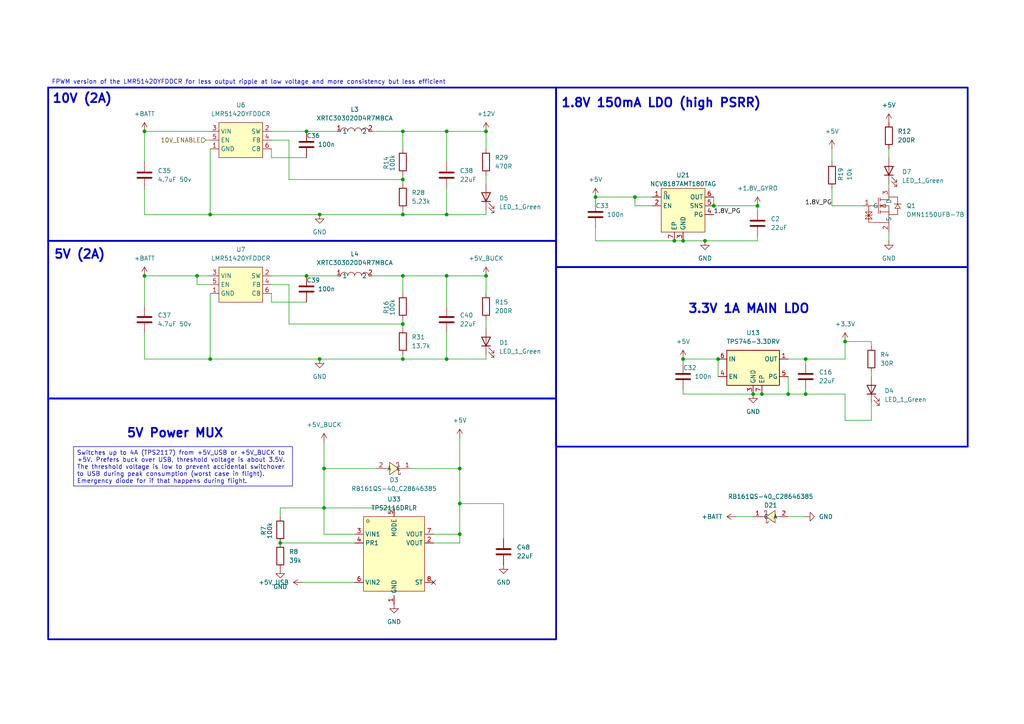
<source format=kicad_sch>
(kicad_sch (version 20250114) (generator "eeschema") (generator_version "9.0")
  (paper "A4")
  (lib_symbols
    (symbol "Device:C" (pin_numbers (hide yes)) (pin_names (offset 0.254))
      (property "Reference" "C" (at 0.635 2.54 0))
      (property "Value" "C" (at 0.635 -2.54 0))
      (symbol "C_0_1"
        (polyline (pts (xy -2.032 0.762) (xy 2.032 0.762)) (stroke (width 0.508)))
        (polyline (pts (xy -2.032 -0.762) (xy 2.032 -0.762)) (stroke (width 0.508)))
      )
      (symbol "C_1_1"
        (pin passive line (at 0 3.81 270) (length 2.794) (name "~") (number "1"))
        (pin passive line (at 0 -3.81 90) (length 2.794) (name "~") (number "2"))
      )
    )
    (symbol "Device:LED" (pin_numbers (hide yes)) (pin_names (offset 1.016) (hide yes))
      (property "Reference" "D" (at 0 2.54 0))
      (property "Value" "LED" (at 0 -2.54 0))
      (symbol "LED_0_1"
        (polyline (pts (xy -3.048 -0.762) (xy -4.572 -2.286) (xy -3.81 -2.286) (xy -4.572 -2.286) (xy -4.572 -1.524)))
        (polyline (pts (xy -1.778 -0.762) (xy -3.302 -2.286) (xy -2.54 -2.286) (xy -3.302 -2.286) (xy -3.302 -1.524)))
        (polyline (pts (xy -1.27 0) (xy 1.27 0)))
        (polyline (pts (xy -1.27 -1.27) (xy -1.27 1.27)) (stroke (width 0.254)))
        (polyline (pts (xy 1.27 -1.27) (xy 1.27 1.27) (xy -1.27 0) (xy 1.27 -1.27)) (stroke (width 0.254)))
      )
      (symbol "LED_1_1"
        (pin passive line (at -3.81 0 0) (length 2.54) (name "K") (number "1"))
        (pin passive line (at 3.81 0 180) (length 2.54) (name "A") (number "2"))
      )
    )
    (symbol "Device:R" (pin_numbers (hide yes)) (pin_names (offset 0))
      (property "Reference" "R" (at 2.032 0 90))
      (property "Value" "R" (at 0 0 90))
      (symbol "R_0_1"
        (rectangle (start -1.016 -2.54) (end 1.016 2.54) (stroke (width 0.254)))
      )
      (symbol "R_1_1"
        (pin passive line (at 0 3.81 270) (length 1.27) (name "~") (number "1"))
        (pin passive line (at 0 -3.81 90) (length 1.27) (name "~") (number "2"))
      )
    )
    (symbol "LP5912-3.3DRV_1"
      (property "Reference" "U7" (at 0 10.16 0))
      (property "Value" "TPS746-3.3DRV" (at 0 7.62 0))
      (symbol "LP5912-3.3DRV_1_0_1"
        (rectangle (start -7.62 -5.08) (end 7.62 5.08) (stroke (width 0.254)) (fill (type background)))
        (pin power_in line (at -10.16 2.54 0) (length 2.54) (name "IN") (number "6"))
        (pin input line (at -10.16 -2.54 0) (length 2.54) (name "EN") (number "4"))
        (pin no_connect line (at 7.62 0 180) (length 2.54) (hide yes) (name "NC") (number "2"))
        (pin power_out line (at 10.16 2.54 180) (length 2.54) (name "OUT") (number "1"))
      )
      (symbol "LP5912-3.3DRV_1_1_1"
        (pin power_in line (at 0 -7.62 90) (length 2.54) (name "GND") (number "3"))
        (pin passive line (at 2.54 -7.62 90) (length 2.54) (name "EP") (number "7"))
        (pin open_collector line (at 10.16 -2.54 180) (length 2.54) (name "PG") (number "5"))
      )
    )
    (symbol "lib:DMN1150UFB-7B"
      (property "Reference" "Q" (at 0 10.16 0))
      (property "Value" "DMN1150UFB-7B" (at 0 -12.7 0))
      (symbol "DMN1150UFB-7B_0_1"
        (polyline (pts (xy -6.86 -3.05) (xy -6.6 -2.79) (xy -5.08 -2.79) (xy -4.83 -2.54)))
        (polyline (pts (xy -5.84 -2.79) (xy -6.86 -3.81) (xy -4.83 -3.81) (xy -5.84 -2.79) (xy -5.84 -2.79)) (fill (type background)))
        (polyline (pts (xy -5.84 -2.79) (xy -4.83 -1.78) (xy -6.86 -1.78) (xy -5.84 -2.79) (xy -5.84 -2.79)) (fill (type background)))
        (polyline (pts (xy -5.08 0) (xy -3.05 0)))
        (polyline (pts (xy -3.05 2.29) (xy -3.05 -2.29)))
        (polyline (pts (xy -2.54 2.29) (xy -2.54 1.27)))
        (polyline (pts (xy -2.54 1.78) (xy 0 1.78) (xy 0 2.54) (xy 2.54 2.54) (xy 2.54 0.51)))
        (polyline (pts (xy -2.54 0) (xy -1.02 -0.51) (xy -1.02 0.51) (xy -2.54 0)) (fill (type background)))
        (polyline (pts (xy -2.54 0) (xy 0 0) (xy 0 -2.54) (xy 2.54 -2.54) (xy 2.54 -0.76)))
        (polyline (pts (xy -2.54 -0.51) (xy -2.54 0.51)))
        (polyline (pts (xy -2.54 -2.29) (xy -2.54 -1.27)))
        (polyline (pts (xy 0 -1.78) (xy -2.54 -1.78)))
        (polyline (pts (xy 0 -2.54) (xy 0 -5.08)))
        (polyline (pts (xy 0 -4.83) (xy -5.84 -4.83) (xy -5.84 0)))
        (polyline (pts (xy 2.54 0.51) (xy 1.78 -0.76) (xy 3.3 -0.76) (xy 2.54 0.51)) (fill (type background)))
        (polyline (pts (xy 3.56 0.51) (xy 3.05 0.51) (xy 2.03 0.51) (xy 1.52 0.51)))
        (pin unspecified line (at -7.62 0 0) (length 2.54) (name "G") (number "1"))
        (pin unspecified line (at 0 5.08 270) (length 2.54) (name "D") (number "3"))
        (pin unspecified line (at 0 -7.62 90) (length 2.54) (name "S") (number "2"))
      )
    )
    (symbol "lib:LMR51420YDDCR"
      (property "Reference" "U" (at 0 7.62 0))
      (property "Value" "LMR51420YDDCR" (at 0 -7.62 0))
      (symbol "LMR51420YDDCR_0_1"
        (rectangle (start -6.35 5.08) (end 6.35 -5.08) (fill (type background)))
        (pin unspecified line (at -8.89 2.54 0) (length 2.54) (name "VIN") (number "3"))
        (pin unspecified line (at -8.89 0 0) (length 2.54) (name "EN") (number "5"))
        (pin unspecified line (at -8.89 -2.54 0) (length 2.54) (name "GND") (number "1"))
        (pin unspecified line (at 8.89 2.54 180) (length 2.54) (name "SW") (number "2"))
        (pin unspecified line (at 8.89 0 180) (length 2.54) (name "FB") (number "4"))
        (pin unspecified line (at 8.89 -2.54 180) (length 2.54) (name "CB") (number "6"))
      )
    )
    (symbol "lib:NCV8187AMT180TAG"
      (property "Reference" "U21" (at 0 10.16 0))
      (property "Value" "NCV8187AMT180TAG" (at 0 7.62 0))
      (symbol "NCV8187AMT180TAG_0_1"
        (rectangle (start -6.35 6.35) (end 6.35 -6.35) (fill (type background)))
        (circle (center -5.08 5.08) (radius 0.38))
        (pin unspecified line (at -8.89 3.81 0) (length 2.54) (name "IN") (number "1"))
        (pin unspecified line (at -8.89 1.27 0) (length 2.54) (name "EN") (number "2"))
        (pin unspecified line (at -2.54 -8.89 90) (length 2.54) (name "EP") (number "7"))
        (pin unspecified line (at 0 -8.89 90) (length 2.54) (name "GND") (number "3"))
        (pin unspecified line (at 8.89 3.81 180) (length 2.54) (name "OUT") (number "6"))
        (pin unspecified line (at 8.89 1.27 180) (length 2.54) (name "SNS") (number "5"))
        (pin unspecified line (at 8.89 -1.27 180) (length 2.54) (name "PG") (number "4"))
      )
    )
    (symbol "lib:RB161QS-40_C28646385"
      (property "Reference" "D" (at 0 5.08 0))
      (property "Value" "RB161QS-40_C28646385" (at 0 -5.08 0))
      (symbol "RB161QS-40_C28646385_0_1"
        (polyline (pts (xy -1.78 1.27) (xy -1.78 1.78) (xy -1.27 1.78) (xy -1.27 -1.78) (xy -0.76 -1.78) (xy -0.76 -1.27)))
        (polyline (pts (xy -1.27 0) (xy -2.54 0)))
        (polyline (pts (xy 1.27 1.78) (xy -1.27 0) (xy 1.27 -1.78) (xy 1.27 1.78)) (fill (type background)))
        (polyline (pts (xy 2.54 0) (xy 1.27 0)))
        (pin unspecified line (at -5.08 0 0) (length 2.54) (name "C") (number "1"))
        (pin unspecified line (at 5.08 0 180) (length 2.54) (name "A") (number "2"))
      )
    )
    (symbol "lib:TPS2116DRLR"
      (property "Reference" "U33" (at 0 11.43 0))
      (property "Value" "TPS2116DRLR" (at 0 8.89 0))
      (symbol "TPS2116DRLR_0_1"
        (rectangle (start -8.89 6.35) (end 8.89 -15.24) (fill (type background)))
        (circle (center -7.62 5.08) (radius 0.38))
        (pin unspecified line (at -11.43 1.27 0) (length 2.54) (name "VIN1") (number "3"))
        (pin unspecified line (at -11.43 -1.27 0) (length 2.54) (name "PR1") (number "4"))
        (pin unspecified line (at -11.43 -12.7 0) (length 2.54) (name "VIN2") (number "6"))
        (pin unspecified line (at 0 8.89 270) (length 2.54) (name "MODE") (number "5"))
        (pin unspecified line (at 0 -19.05 90) (length 2.54) (name "GND") (number "1"))
        (pin unspecified line (at 11.43 1.27 180) (length 2.54) (name "VOUT") (number "7"))
        (pin unspecified line (at 11.43 -1.27 180) (length 2.54) (name "VOUT") (number "2"))
        (pin unspecified line (at 11.43 -12.7 180) (length 2.54) (name "ST") (number "8"))
      )
    )
    (symbol "lib:XRTC303020D4R7MBCA"
      (property "Reference" "L" (at 0 5.08 0))
      (property "Value" "XRTC303020D4R7MBCA" (at 0 -5.08 0))
      (symbol "XRTC303020D4R7MBCA_0_1"
        (arc (start -4.06 -0.01) (mid -2.83 0.99) (end -2.03 0.01))
        (arc (start -2.03 -0.01) (mid -0.8 0.99) (end 0 0.01))
        (arc (start 0 -0.01) (mid 1.23 0.99) (end 2.03 0.01))
        (arc (start 2.03 -0.01) (mid 3.26 0.99) (end 4.06 0.01))
        (pin unspecified line (at -5.08 0 0) (length 1.016) (name "1") (number "1"))
        (pin unspecified line (at 5.08 0 180) (length 1.016) (name "2") (number "2"))
      )
    )
    (symbol "power:+12V" (power) (pin_numbers (hide yes)) (pin_names (offset 0) (hide yes))
      (property "Value" "+12V" (at 0 3.556 0))
      (symbol "+12V_0_1"
        (polyline (pts (xy -0.762 1.27) (xy 0 2.54)))
        (polyline (pts (xy 0 2.54) (xy 0.762 1.27)))
        (polyline (pts (xy 0 0) (xy 0 2.54)))
      )
      (symbol "+12V_1_1"
        (pin power_in line (at 0 0 90) (length 0) (name "~") (number "1"))
      )
    )
    (symbol "power:+3.3V" (power) (pin_numbers (hide yes)) (pin_names (offset 0) (hide yes))
      (property "Value" "+3.3V" (at 0 3.556 0))
      (symbol "+3.3V_0_1"
        (polyline (pts (xy -0.762 1.27) (xy 0 2.54)))
        (polyline (pts (xy 0 2.54) (xy 0.762 1.27)))
        (polyline (pts (xy 0 0) (xy 0 2.54)))
      )
      (symbol "+3.3V_1_1"
        (pin power_in line (at 0 0 90) (length 0) (name "~") (number "1"))
      )
    )
    (symbol "power:+5V" (power) (pin_numbers (hide yes)) (pin_names (offset 0) (hide yes))
      (property "Value" "+5V" (at 0 3.556 0))
      (symbol "+5V_0_1"
        (polyline (pts (xy -0.762 1.27) (xy 0 2.54)))
        (polyline (pts (xy 0 2.54) (xy 0.762 1.27)))
        (polyline (pts (xy 0 0) (xy 0 2.54)))
      )
      (symbol "+5V_1_1"
        (pin power_in line (at 0 0 90) (length 0) (name "~") (number "1"))
      )
    )
    (symbol "power:+BATT" (power) (pin_numbers (hide yes)) (pin_names (offset 0) (hide yes))
      (property "Value" "+BATT" (at 0 3.556 0))
      (symbol "+BATT_0_1"
        (polyline (pts (xy -0.762 1.27) (xy 0 2.54)))
        (polyline (pts (xy 0 2.54) (xy 0.762 1.27)))
        (polyline (pts (xy 0 0) (xy 0 2.54)))
      )
      (symbol "+BATT_1_1"
        (pin power_in line (at 0 0 90) (length 0) (name "~") (number "1"))
      )
    )
    (symbol "power:GND" (power) (pin_numbers (hide yes)) (pin_names (offset 0) (hide yes))
      (property "Value" "GND" (at 0 -3.81 0))
      (symbol "GND_0_1"
        (polyline (pts (xy 0 0) (xy 0 -1.27) (xy 1.27 -1.27) (xy 0 -2.54) (xy -1.27 -1.27) (xy 0 -1.27)))
      )
      (symbol "GND_1_1"
        (pin power_in line (at 0 0 270) (length 0) (name "~") (number "1"))
      )
    )
  )
  (rectangle (start 13.97 69.85) (end 161.29 115.57) (stroke (width 0.508)))
  (rectangle (start 13.97 25.4) (end 161.29 69.85) (stroke (width 0.508)))
  (rectangle (start 161.29 25.4) (end 280.67 77.47) (stroke (width 0.508)))
  (rectangle (start 161.29 77.47) (end 280.67 129.54) (stroke (width 0.508)))
  (rectangle (start 13.97 115.57) (end 161.29 185.42) (stroke (width 0.508)))
  (text "10V (2A)\n" (at 23.876 28.702 0) (effects (font (size 2.54 2.54) (thickness 0.508) (bold yes))))
  (text "3.3V 1A MAIN LDO " (at 218.186 89.662 0) (effects (font (size 2.54 2.54) (thickness 0.508) (bold yes))))
  (text "FPWM version of the LMR51420YFDDCR for less output ripple at low voltage and more consistency but less efficient" (at 72.136 23.876 0) (effects (font (size 1.27 1.27))))
  (text "1.8V 150mA LDO (high PSRR)\n" (at 191.77 29.972 0) (effects (font (size 2.54 2.54) (thickness 0.508) (bold yes))))
  (text "5V (2A)" (at 23.114 73.914 0) (effects (font (size 2.54 2.54) (thickness 0.508) (bold yes))))
  (text "5V Power MUX" (at 50.8 125.73 0) (effects (font (size 2.54 2.54) (thickness 0.508) (bold yes))))
  (text_box "Switches up to 4A (TPS2117) from +5V_USB or +5V_BUCK to +5V. Prefers buck over USB, threshold voltage is about 3.5V. The threshold voltage is low to prevent accidental switchover to USB during peak consumption (worst case in flight). Emergency diode for if that happens during flight." (at 21.336 129.54 0) (size 63.5 11.43) (margins 0.9525 0.9525 0.9525 0.9525) (effects (font (size 1.27 1.27)) (justify left top)))
  (junction (at 133.35 154.94))
  (junction (at 116.84 38.1))
  (junction (at 198.12 104.14))
  (junction (at 129.54 38.1))
  (junction (at 81.28 157.48))
  (junction (at 60.96 62.23))
  (junction (at 93.98 135.89))
  (junction (at 207.01 59.69))
  (junction (at 93.98 147.32))
  (junction (at 60.96 104.14))
  (junction (at 228.6 114.3))
  (junction (at 88.9 80.01))
  (junction (at 133.35 146.05))
  (junction (at 116.84 104.14))
  (junction (at 92.71 104.14))
  (junction (at 198.12 69.85))
  (junction (at 116.84 93.98))
  (junction (at 41.91 38.1))
  (junction (at 116.84 52.07))
  (junction (at 245.11 99.06))
  (junction (at 129.54 80.01))
  (junction (at 204.47 69.85))
  (junction (at 208.28 104.14))
  (junction (at 129.54 62.23))
  (junction (at 219.71 59.69))
  (junction (at 129.54 104.14))
  (junction (at 57.15 80.01))
  (junction (at 233.68 104.14))
  (junction (at 116.84 80.01))
  (junction (at 133.35 135.89))
  (junction (at 140.97 38.1))
  (junction (at 92.71 62.23))
  (junction (at 233.68 114.3))
  (junction (at 41.91 80.01))
  (junction (at 140.97 80.01))
  (junction (at 220.98 114.3))
  (junction (at 88.9 38.1))
  (junction (at 218.44 114.3))
  (junction (at 172.72 57.15))
  (junction (at 184.15 57.15))
  (junction (at 195.58 69.85))
  (junction (at 116.84 62.23))
  (no_connect (at 125.73 168.91))
  (wire (pts (xy 208.28 104.14) (xy 208.28 109.22)))
  (wire (pts (xy 129.54 104.14) (xy 140.97 104.14)))
  (wire (pts (xy 116.84 102.87) (xy 116.84 104.14)))
  (wire (pts (xy 83.82 40.64) (xy 83.82 52.07)))
  (wire (pts (xy 81.28 147.32) (xy 81.28 149.86)))
  (wire (pts (xy 233.68 113.03) (xy 233.68 114.3)))
  (wire (pts (xy 116.84 92.71) (xy 116.84 93.98)))
  (wire (pts (xy 219.71 60.96) (xy 219.71 59.69)))
  (wire (pts (xy 252.73 121.92) (xy 252.73 116.84)))
  (wire (pts (xy 241.3 59.69) (xy 250.19 59.69)))
  (wire (pts (xy 41.91 104.14) (xy 41.91 96.52)))
  (wire (pts (xy 233.68 104.14) (xy 245.11 104.14)))
  (wire (pts (xy 241.3 43.18) (xy 241.3 46.99)))
  (wire (pts (xy 204.47 69.85) (xy 219.71 69.85)))
  (wire (pts (xy 116.84 80.01) (xy 116.84 85.09)))
  (wire (pts (xy 140.97 60.96) (xy 140.97 62.23)))
  (wire (pts (xy 218.44 114.3) (xy 220.98 114.3)))
  (wire (pts (xy 172.72 57.15) (xy 184.15 57.15)))
  (wire (pts (xy 184.15 57.15) (xy 189.23 57.15)))
  (wire (pts (xy 125.73 157.48) (xy 133.35 157.48)))
  (wire (pts (xy 198.12 69.85) (xy 204.47 69.85)))
  (wire (pts (xy 116.84 62.23) (xy 92.71 62.23)))
  (wire (pts (xy 116.84 52.07) (xy 116.84 53.34)))
  (wire (pts (xy 93.98 135.89) (xy 93.98 147.32)))
  (wire (pts (xy 257.81 69.85) (xy 257.81 67.31)))
  (wire (pts (xy 116.84 93.98) (xy 116.84 95.25)))
  (wire (pts (xy 198.12 114.3) (xy 218.44 114.3)))
  (wire (pts (xy 57.15 80.01) (xy 60.96 80.01)))
  (wire (pts (xy 184.15 59.69) (xy 189.23 59.69)))
  (wire (pts (xy 129.54 54.61) (xy 129.54 62.23)))
  (wire (pts (xy 228.6 104.14) (xy 233.68 104.14)))
  (wire (pts (xy 140.97 92.71) (xy 140.97 95.25)))
  (wire (pts (xy 60.96 62.23) (xy 41.91 62.23)))
  (wire (pts (xy 129.54 80.01) (xy 140.97 80.01)))
  (wire (pts (xy 116.84 38.1) (xy 129.54 38.1)))
  (wire (pts (xy 60.96 40.64) (xy 59.69 40.64)))
  (wire (pts (xy 252.73 109.22) (xy 252.73 107.95)))
  (wire (pts (xy 116.84 38.1) (xy 116.84 43.18)))
  (wire (pts (xy 93.98 147.32) (xy 93.98 154.94)))
  (wire (pts (xy 78.74 40.64) (xy 83.82 40.64)))
  (wire (pts (xy 41.91 80.01) (xy 41.91 88.9)))
  (wire (pts (xy 92.71 104.14) (xy 60.96 104.14)))
  (wire (pts (xy 233.68 114.3) (xy 228.6 114.3)))
  (wire (pts (xy 92.71 62.23) (xy 60.96 62.23)))
  (wire (pts (xy 87.63 168.91) (xy 102.87 168.91)))
  (wire (pts (xy 198.12 104.14) (xy 208.28 104.14)))
  (wire (pts (xy 116.84 80.01) (xy 129.54 80.01)))
  (wire (pts (xy 83.82 82.55) (xy 83.82 93.98)))
  (wire (pts (xy 184.15 57.15) (xy 184.15 59.69)))
  (wire (pts (xy 93.98 128.27) (xy 93.98 135.89)))
  (wire (pts (xy 228.6 109.22) (xy 228.6 114.3)))
  (wire (pts (xy 252.73 100.33) (xy 252.73 99.06)))
  (wire (pts (xy 245.11 104.14) (xy 245.11 99.06)))
  (wire (pts (xy 233.68 105.41) (xy 233.68 104.14)))
  (wire (pts (xy 107.95 80.01) (xy 116.84 80.01)))
  (wire (pts (xy 88.9 80.01) (xy 97.79 80.01)))
  (wire (pts (xy 41.91 62.23) (xy 41.91 54.61)))
  (wire (pts (xy 172.72 69.85) (xy 195.58 69.85)))
  (wire (pts (xy 172.72 66.04) (xy 172.72 69.85)))
  (wire (pts (xy 129.54 96.52) (xy 129.54 104.14)))
  (wire (pts (xy 88.9 38.1) (xy 97.79 38.1)))
  (wire (pts (xy 107.95 38.1) (xy 116.84 38.1)))
  (wire (pts (xy 129.54 38.1) (xy 140.97 38.1)))
  (wire (pts (xy 140.97 38.1) (xy 140.97 43.18)))
  (wire (pts (xy 93.98 135.89) (xy 109.22 135.89)))
  (wire (pts (xy 116.84 62.23) (xy 129.54 62.23)))
  (wire (pts (xy 102.87 154.94) (xy 93.98 154.94)))
  (wire (pts (xy 78.74 85.09) (xy 78.74 87.63)))
  (wire (pts (xy 257.81 53.34) (xy 257.81 54.61)))
  (wire (pts (xy 125.73 154.94) (xy 133.35 154.94)))
  (wire (pts (xy 228.6 114.3) (xy 220.98 114.3)))
  (wire (pts (xy 41.91 38.1) (xy 41.91 46.99)))
  (wire (pts (xy 195.58 69.85) (xy 198.12 69.85)))
  (wire (pts (xy 198.12 105.41) (xy 198.12 104.14)))
  (wire (pts (xy 88.9 87.63) (xy 78.74 87.63)))
  (wire (pts (xy 207.01 59.69) (xy 219.71 59.69)))
  (wire (pts (xy 219.71 68.58) (xy 219.71 69.85)))
  (wire (pts (xy 83.82 93.98) (xy 116.84 93.98)))
  (wire (pts (xy 81.28 157.48) (xy 102.87 157.48)))
  (wire (pts (xy 140.97 80.01) (xy 140.97 85.09)))
  (wire (pts (xy 198.12 113.03) (xy 198.12 114.3)))
  (wire (pts (xy 119.38 135.89) (xy 133.35 135.89)))
  (wire (pts (xy 140.97 102.87) (xy 140.97 104.14)))
  (wire (pts (xy 116.84 50.8) (xy 116.84 52.07)))
  (wire (pts (xy 60.96 85.09) (xy 60.96 104.14)))
  (wire (pts (xy 252.73 121.92) (xy 245.11 121.92)))
  (wire (pts (xy 257.81 43.18) (xy 257.81 45.72)))
  (wire (pts (xy 207.01 57.15) (xy 207.01 59.69)))
  (wire (pts (xy 78.74 38.1) (xy 88.9 38.1)))
  (wire (pts (xy 81.28 147.32) (xy 93.98 147.32)))
  (wire (pts (xy 116.84 60.96) (xy 116.84 62.23)))
  (wire (pts (xy 133.35 146.05) (xy 133.35 154.94)))
  (wire (pts (xy 140.97 50.8) (xy 140.97 53.34)))
  (wire (pts (xy 133.35 146.05) (xy 146.05 146.05)))
  (wire (pts (xy 60.96 104.14) (xy 41.91 104.14)))
  (wire (pts (xy 92.71 104.14) (xy 116.84 104.14)))
  (wire (pts (xy 83.82 52.07) (xy 116.84 52.07)))
  (wire (pts (xy 245.11 121.92) (xy 245.11 114.3)))
  (wire (pts (xy 78.74 82.55) (xy 83.82 82.55)))
  (wire (pts (xy 133.35 135.89) (xy 133.35 127)))
  (wire (pts (xy 60.96 82.55) (xy 57.15 82.55)))
  (wire (pts (xy 60.96 43.18) (xy 60.96 62.23)))
  (wire (pts (xy 114.3 147.32) (xy 93.98 147.32)))
  (wire (pts (xy 129.54 62.23) (xy 140.97 62.23)))
  (wire (pts (xy 241.3 54.61) (xy 241.3 59.69)))
  (wire (pts (xy 233.68 114.3) (xy 245.11 114.3)))
  (wire (pts (xy 129.54 80.01) (xy 129.54 88.9)))
  (wire (pts (xy 213.36 149.86) (xy 218.44 149.86)))
  (wire (pts (xy 88.9 45.72) (xy 78.74 45.72)))
  (wire (pts (xy 172.72 58.42) (xy 172.72 57.15)))
  (wire (pts (xy 245.11 99.06) (xy 252.73 99.06)))
  (wire (pts (xy 133.35 154.94) (xy 133.35 157.48)))
  (wire (pts (xy 41.91 80.01) (xy 57.15 80.01)))
  (wire (pts (xy 133.35 135.89) (xy 133.35 146.05)))
  (wire (pts (xy 57.15 80.01) (xy 57.15 82.55)))
  (wire (pts (xy 41.91 38.1) (xy 60.96 38.1)))
  (wire (pts (xy 146.05 156.21) (xy 146.05 146.05)))
  (wire (pts (xy 228.6 149.86) (xy 233.68 149.86)))
  (wire (pts (xy 116.84 104.14) (xy 129.54 104.14)))
  (wire (pts (xy 78.74 43.18) (xy 78.74 45.72)))
  (wire (pts (xy 129.54 38.1) (xy 129.54 46.99)))
  (wire (pts (xy 78.74 80.01) (xy 88.9 80.01)))
  (label "1.8V_PG" (at 241.3 59.69 180) (effects (font (thickness 0.1588))))
  (label "1.8V_PG" (at 207.01 62.23 0) (effects (font (thickness 0.1588))))
  (hierarchical_label "10V_ENABLE" (shape input) (at 59.69 40.64 180))
  (symbol (lib_id "power:+5V") (at 172.72 57.15 0) (unit 1)
    (property "Reference" "#PWR043" (effects (hide yes)))
    (property "Value" "+5V" (at 172.72 52.07 0))
    (property "Description" "Power symbol creates a global label with name \"+5V\"" (effects (hide yes)))
  )
  (symbol (lib_id "power:+5V") (at 241.3 43.18 0) (unit 1)
    (property "Reference" "#PWR079" (effects (hide yes)))
    (property "Value" "+5V" (at 241.3 38.1 0))
    (property "Description" "Power symbol creates a global label with name \"+5V\"" (effects (hide yes)))
  )
  (symbol (lib_id "power:+5V") (at 93.98 128.27 0) (unit 1)
    (property "Reference" "#PWR0152" (effects (hide yes)))
    (property "Value" "+5V_BUCK" (at 93.98 123.19 0))
    (property "Description" "Power symbol creates a global label with name \"+5V\"" (effects (hide yes)))
  )
  (symbol (lib_id "Device:R") (at 116.84 88.9 180) (unit 1)
    (property "Reference" "R16" (at 112.014 89.154 90))
    (property "Value" "100k" (at 113.792 89.154 90))
    (property "Footprint" "Capacitor_SMD:C_0201_0603Metric" (effects (hide yes)))
    (property "LCSC" "C270364" (effects (hide yes)))
  )
  (symbol (lib_id "Device:C") (at 129.54 50.8 0) (unit 1)
    (property "Reference" "C38" (at 133.35 49.5299 0) (effects (justify left)))
    (property "Value" "22uF" (at 133.35 52.0699 0) (effects (justify left)))
    (property "Footprint" "Capacitor_SMD:C_0603_1608Metric" (effects (hide yes)))
    (property "Description" "Unpolarized capacitor" (effects (hide yes)))
    (property "LCSC" "C2762594" (effects (hide yes)))
  )
  (symbol (lib_name "LP5912-3.3DRV_1") (lib_id "Regulator_Linear:LP5912-3.3DRV") (at 218.44 106.68 0) (unit 1)
    (property "Reference" "U13" (at 218.44 96.52 0))
    (property "Value" "TPS746-3.3DRV" (at 218.44 99.06 0))
    (property "Footprint" "Package_SON:WSON-6-1EP_2x2mm_P0.65mm_EP1x1.6mm" (effects (hide yes)))
    (property "Datasheet" "http://www.ti.com/lit/ds/symlink/lp5912.pdf" (effects (hide yes)))
    (property "Description" "500-mA Ultra-Low-Noise Low-IQ LDO, 3.3V, WSON-6" (effects (hide yes)))
    (property "LCSC" "C2868202" (effects (hide yes)))
  )
  (symbol (lib_id "power:GND") (at 92.71 62.23 0) (unit 1)
    (property "Reference" "#PWR0175" (effects (hide yes)))
    (property "Value" "GND" (at 92.71 67.31 0))
    (property "Description" "Power symbol creates a global label with name \"GND\" , ground" (effects (hide yes)))
  )
  (symbol (lib_id "power:GND") (at 114.3 175.26 0) (unit 1)
    (property "Reference" "#PWR0157" (effects (hide yes)))
    (property "Value" "GND" (at 114.3 180.34 0))
    (property "Description" "Power symbol creates a global label with name \"GND\" , ground" (effects (hide yes)))
  )
  (symbol (lib_id "Device:C") (at 41.91 50.8 0) (unit 1)
    (property "Reference" "C35" (at 45.72 49.5299 0) (effects (justify left)))
    (property "Value" "4.7uF 50v" (at 45.72 52.0699 0) (effects (justify left)))
    (property "Footprint" "Capacitor_SMD:C_0805_2012Metric" (effects (hide yes)))
    (property "Description" "Unpolarized capacitor" (effects (hide yes)))
    (property "LCSC" "C98192" (effects (hide yes)))
  )
  (symbol (lib_id "power:GND") (at 204.47 69.85 0) (unit 1)
    (property "Reference" "#PWR0119" (effects (hide yes)))
    (property "Value" "GND" (at 204.47 74.93 0))
    (property "Description" "Power symbol creates a global label with name \"GND\" , ground" (effects (hide yes)))
  )
  (symbol (lib_id "power:GND") (at 146.05 163.83 0) (unit 1)
    (property "Reference" "#PWR0158" (effects (hide yes)))
    (property "Value" "GND" (at 146.05 168.91 0))
    (property "Description" "Power symbol creates a global label with name \"GND\" , ground" (effects (hide yes)))
  )
  (symbol (lib_id "power:+BATT") (at 213.36 149.86 90) (unit 1)
    (property "Reference" "#PWR0166" (effects (hide yes)))
    (property "Value" "+BATT" (at 209.55 149.8599 90) (effects (justify left)))
  )
  (symbol (lib_id "Device:C") (at 146.05 160.02 0) (unit 1)
    (property "Reference" "C48" (at 149.86 158.7499 0) (effects (justify left)))
    (property "Value" "22uF" (at 149.86 161.2899 0) (effects (justify left)))
    (property "Footprint" "Capacitor_SMD:C_0603_1608Metric" (effects (hide yes)))
    (property "Description" "Unpolarized capacitor" (effects (hide yes)))
    (property "LCSC" "C2762594" (effects (hide yes)))
  )
  (symbol (lib_id "lib:DMN1150UFB-7B") (at 257.81 59.69 0) (unit 1)
    (property "Reference" "Q1" (at 262.89 59.6899 0) (effects (justify left)))
    (property "Value" "DMN1150UFB-7B" (at 262.89 62.2299 0) (effects (justify left)))
    (property "Footprint" "lib:DFN-3L_L1.0-W0.6-P0.65-BR" (effects (hide yes)))
    (property "LCSC Part" "C459538" (effects (hide yes)))
  )
  (symbol (lib_id "power:+5V") (at 198.12 104.14 0) (unit 1)
    (property "Reference" "#PWR145" (effects (hide yes)))
    (property "Value" "+5V" (at 198.12 99.06 0))
    (property "Description" "Power symbol creates a global label with name \"+5V\"" (effects (hide yes)))
  )
  (symbol (lib_id "power:GND") (at 81.28 165.1 0) (unit 1)
    (property "Reference" "#PWR0151" (effects (hide yes)))
    (property "Value" "GND" (at 81.28 170.18 0))
    (property "Description" "Power symbol creates a global label with name \"GND\" , ground" (effects (hide yes)))
  )
  (symbol (lib_id "lib:XRTC303020D4R7MBCA") (at 102.87 38.1 0) (unit 1)
    (property "Reference" "L3" (at 102.87 31.75 0))
    (property "Value" "XRTC303020D4R7MBCA" (at 102.87 34.29 0))
    (property "Footprint" "lib:IND-SMD_L3.0-W3.0_AFE303020S" (effects (hide yes)))
    (property "LCSC Part" "C39846837" (effects (hide yes)))
  )
  (symbol (lib_id "power:GND") (at 218.44 114.3 0) (unit 1)
    (property "Reference" "#PWR146" (effects (hide yes)))
    (property "Value" "GND" (at 218.44 119.38 0))
    (property "Description" "Power symbol creates a global label with name \"GND\" , ground" (effects (hide yes)))
  )
  (symbol (lib_id "power:+3.3V") (at 245.11 99.06 0) (unit 1)
    (property "Reference" "#PWR0101" (effects (hide yes)))
    (property "Value" "+3.3V" (at 245.11 93.98 0))
    (property "Description" "Power symbol creates a global label with name \"+3.3V\"" (effects (hide yes)))
  )
  (symbol (lib_id "Device:LED") (at 140.97 57.15 90) (unit 1)
    (property "Reference" "D5" (at 144.78 57.4674 90) (effects (justify right)))
    (property "Value" "LED_1_Green" (at 144.78 60.0074 90) (effects (justify right)))
    (property "Footprint" "LED_SMD:LED_0603_1608Metric" (effects (hide yes)))
    (property "LCSC" "C2994781" (effects (hide yes)))
  )
  (symbol (lib_id "power:+3.3V") (at 219.71 59.69 0) (unit 1)
    (property "Reference" "#PWR0121" (effects (hide yes)))
    (property "Value" "+1.8V_GYRO" (at 219.71 54.61 0))
    (property "Description" "Power symbol creates a global label with name \"+3.3V\"" (effects (hide yes)))
  )
  (symbol (lib_id "power:+12V") (at 140.97 38.1 0) (unit 1)
    (property "Reference" "#PWR0137" (effects (hide yes)))
    (property "Value" "+12V" (at 140.97 33.02 0))
    (property "Description" "Power symbol creates a global label with name \"+12V\"" (effects (hide yes)))
  )
  (symbol (lib_id "Device:R") (at 116.84 99.06 0) (unit 1)
    (property "Reference" "R31" (at 119.38 97.7899 0) (effects (justify left)))
    (property "Value" "13.7k" (at 119.38 100.3299 0) (effects (justify left)))
    (property "Footprint" "Capacitor_SMD:C_0201_0603Metric" (effects (hide yes)))
    (property "LCSC" "C138175" (effects (hide yes)))
  )
  (symbol (lib_id "Device:R") (at 140.97 88.9 0) (unit 1)
    (property "Reference" "R15" (at 143.51 87.6299 0) (effects (justify left)))
    (property "Value" "200R" (at 143.51 90.1699 0) (effects (justify left)))
    (property "Footprint" "Capacitor_SMD:C_0201_0603Metric" (effects (hide yes)))
    (property "Description" "Resistor" (effects (hide yes)))
    (property "LCSC" "C270359" (effects (hide yes)))
  )
  (symbol (lib_id "Device:C") (at 198.12 109.22 0) (unit 1)
    (property "Reference" "C32" (at 198.12 106.68 0) (effects (justify left)))
    (property "Value" "100n" (at 201.422 109.22 0) (effects (justify left)))
    (property "Footprint" "Capacitor_SMD:C_0201_0603Metric" (effects (hide yes)))
    (property "LCSC" "C76939" (effects (hide yes)))
  )
  (symbol (lib_id "lib:LMR51420YDDCR") (at 69.85 82.55 0) (unit 1)
    (property "Reference" "U7" (at 69.85 72.39 0))
    (property "Value" "LMR51420YFDDCR" (at 69.85 74.93 0))
    (property "Footprint" "lib:SOT-23-6_L2.9-W1.6-P0.95-LS2.9-BL" (effects (hide yes)))
    (property "LCSC Part" "C7296200" (effects (hide yes)))
  )
  (symbol (lib_id "power:+5V") (at 257.81 35.56 0) (unit 1)
    (property "Reference" "#PWR0167" (effects (hide yes)))
    (property "Value" "+5V" (at 257.81 30.48 0))
    (property "Description" "Power symbol creates a global label with name \"+5V\"" (effects (hide yes)))
  )
  (symbol (lib_id "Device:LED") (at 140.97 99.06 90) (unit 1)
    (property "Reference" "D1" (at 144.78 99.3774 90) (effects (justify right)))
    (property "Value" "LED_1_Green" (at 144.78 101.9174 90) (effects (justify right)))
    (property "Footprint" "LED_SMD:LED_0603_1608Metric" (effects (hide yes)))
    (property "LCSC" "C2994781" (effects (hide yes)))
  )
  (symbol (lib_id "Device:C") (at 88.9 83.82 0) (unit 1)
    (property "Reference" "C39" (at 88.9 81.28 0) (effects (justify left)))
    (property "Value" "100n" (at 92.202 83.82 0) (effects (justify left)))
    (property "Footprint" "Capacitor_SMD:C_0201_0603Metric" (effects (hide yes)))
    (property "LCSC" "C76939" (effects (hide yes)))
  )
  (symbol (lib_id "power:GND") (at 257.81 69.85 0) (unit 1)
    (property "Reference" "#PWR057" (effects (hide yes)))
    (property "Value" "GND" (at 257.81 74.93 0))
    (property "Description" "Power symbol creates a global label with name \"GND\" , ground" (effects (hide yes)))
  )
  (symbol (lib_id "lib:RB161QS-40_C28646385") (at 223.52 149.86 0) (unit 1)
    (property "Reference" "D21" (at 223.52 146.558 0))
    (property "Value" "RB161QS-40_C28646385" (at 223.52 144.018 0))
    (property "Footprint" "lib:SOD-882_L1.0-W0.6-RD" (effects (hide yes)))
    (property "LCSC Part" "C28646385" (effects (hide yes)))
  )
  (symbol (lib_id "Device:R") (at 81.28 153.67 180) (unit 1)
    (property "Reference" "R7" (at 76.454 153.924 90))
    (property "Value" "100k" (at 78.232 153.924 90))
    (property "Footprint" "Capacitor_SMD:C_0201_0603Metric" (effects (hide yes)))
    (property "LCSC" "C270364" (effects (hide yes)))
  )
  (symbol (lib_id "Device:R") (at 81.28 161.29 0) (unit 1)
    (property "Reference" "R8" (at 83.82 160.0199 0) (effects (justify left)))
    (property "Value" "39k" (at 83.82 162.5599 0) (effects (justify left)))
    (property "Footprint" "Capacitor_SMD:C_0201_0603Metric" (effects (hide yes)))
    (property "Description" "Resistor" (effects (hide yes)))
    (property "LCSC" "C473053" (effects (hide yes)))
  )
  (symbol (lib_id "lib:NCV8187AMT180TAG") (at 198.12 60.96 0) (unit 1)
    (property "Reference" "U21" (at 198.12 50.8 0))
    (property "Value" "NCV8187AMT180TAG" (at 198.12 53.34 0))
    (property "Footprint" "lib:WDFN-6_L2.0-W2.0-P0.65-BL-EP" (effects (hide yes)))
    (property "LCSC Part" "C893189" (effects (hide yes)))
  )
  (symbol (lib_id "lib:TPS2116DRLR") (at 114.3 156.21 0) (unit 1)
    (property "Reference" "U33" (at 114.3 144.78 0))
    (property "Value" "TPS2116DRLR" (at 114.3 147.32 0))
    (property "Footprint" "lib:SOT-583-8_L2.1-W1.6-P0.50-LS1.6-BL" (effects (hide yes)))
    (property "LCSC Part" "C3235557" (effects (hide yes)))
  )
  (symbol (lib_id "Device:R") (at 241.3 50.8 180) (unit 1)
    (property "Reference" "R19" (at 243.84 50.546 90))
    (property "Value" "10k" (at 246.38 50.546 90))
    (property "Footprint" "Capacitor_SMD:C_0201_0603Metric" (effects (hide yes)))
    (property "Description" "Resistor" (effects (hide yes)))
    (property "LCSC" "C473048" (effects (hide yes)))
  )
  (symbol (lib_id "Device:C") (at 219.71 64.77 0) (unit 1)
    (property "Reference" "C2" (at 223.52 63.4999 0) (effects (justify left)))
    (property "Value" "22uF" (at 223.52 66.0399 0) (effects (justify left)))
    (property "Footprint" "Capacitor_SMD:C_0402_1005Metric" (effects (hide yes)))
    (property "Description" "Unpolarized capacitor" (effects (hide yes)))
    (property "LCSC" "C105226" (effects (hide yes)))
  )
  (symbol (lib_id "power:+BATT") (at 41.91 80.01 0) (unit 1)
    (property "Reference" "#PWR0138" (effects (hide yes)))
    (property "Value" "+BATT" (at 41.91 74.93 0))
    (property "Description" "Power symbol creates a global label with name \"+BATT\"" (effects (hide yes)))
  )
  (symbol (lib_id "Device:C") (at 88.9 41.91 0) (unit 1)
    (property "Reference" "C36" (at 88.9 39.37 0) (effects (justify left)))
    (property "Value" "100n" (at 92.202 41.91 0) (effects (justify left)))
    (property "Footprint" "Capacitor_SMD:C_0201_0603Metric" (effects (hide yes)))
    (property "LCSC" "C76939" (effects (hide yes)))
  )
  (symbol (lib_id "Device:R") (at 116.84 46.99 180) (unit 1)
    (property "Reference" "R14" (at 112.014 47.244 90))
    (property "Value" "100k" (at 113.792 47.244 90))
    (property "Footprint" "Capacitor_SMD:C_0201_0603Metric" (effects (hide yes)))
    (property "LCSC" "C270364" (effects (hide yes)))
  )
  (symbol (lib_id "lib:XRTC303020D4R7MBCA") (at 102.87 80.01 0) (unit 1)
    (property "Reference" "L4" (at 102.87 73.66 0))
    (property "Value" "XRTC303020D4R7MBCA" (at 102.87 76.2 0))
    (property "Footprint" "lib:IND-SMD_L3.0-W3.0_AFE303020S" (effects (hide yes)))
    (property "LCSC Part" "C39846837" (effects (hide yes)))
  )
  (symbol (lib_id "power:GND") (at 233.68 149.86 90) (unit 1)
    (property "Reference" "#PWR0162" (effects (hide yes)))
    (property "Value" "GND" (at 237.49 149.8599 90) (effects (justify right)))
  )
  (symbol (lib_id "power:GND") (at 92.71 104.14 0) (unit 1)
    (property "Reference" "#PWR0176" (effects (hide yes)))
    (property "Value" "GND" (at 92.71 109.22 0))
    (property "Description" "Power symbol creates a global label with name \"GND\" , ground" (effects (hide yes)))
  )
  (symbol (lib_id "Device:C") (at 233.68 109.22 0) (unit 1)
    (property "Reference" "C16" (at 237.49 107.9499 0) (effects (justify left)))
    (property "Value" "22uF" (at 237.49 110.4899 0) (effects (justify left)))
    (property "Footprint" "Capacitor_SMD:C_0402_1005Metric" (effects (hide yes)))
    (property "Description" "Unpolarized capacitor" (effects (hide yes)))
    (property "LCSC" "C105226" (effects (hide yes)))
  )
  (symbol (lib_id "Device:R") (at 116.84 57.15 0) (unit 1)
    (property "Reference" "R28" (at 119.38 55.8799 0) (effects (justify left)))
    (property "Value" "5.23k" (at 119.38 58.4199 0) (effects (justify left)))
    (property "Footprint" "Capacitor_SMD:C_0201_0603Metric" (effects (hide yes)))
    (property "LCSC" "C851767" (effects (hide yes)))
  )
  (symbol (lib_id "Device:R") (at 140.97 46.99 0) (unit 1)
    (property "Reference" "R29" (at 143.51 45.7199 0) (effects (justify left)))
    (property "Value" "470R" (at 143.51 48.2599 0) (effects (justify left)))
    (property "Footprint" "Capacitor_SMD:C_0201_0603Metric" (effects (hide yes)))
    (property "LCSC" "C473464" (effects (hide yes)))
  )
  (symbol (lib_id "power:+5V") (at 140.97 80.01 0) (unit 1)
    (property "Reference" "#PWR0118" (effects (hide yes)))
    (property "Value" "+5V_BUCK" (at 140.97 74.93 0))
    (property "Description" "Power symbol creates a global label with name \"+5V\"" (effects (hide yes)))
  )
  (symbol (lib_id "Device:LED") (at 252.73 113.03 90) (unit 1)
    (property "Reference" "D4" (at 256.54 113.3474 90) (effects (justify right)))
    (property "Value" "LED_1_Green" (at 256.54 115.8874 90) (effects (justify right)))
    (property "Footprint" "LED_SMD:LED_0603_1608Metric" (effects (hide yes)))
    (property "LCSC" "C2994781" (effects (hide yes)))
  )
  (symbol (lib_id "Device:C") (at 172.72 62.23 0) (unit 1)
    (property "Reference" "C33" (at 172.72 59.69 0) (effects (justify left)))
    (property "Value" "100n" (at 176.022 62.23 0) (effects (justify left)))
    (property "Footprint" "Capacitor_SMD:C_0201_0603Metric" (effects (hide yes)))
    (property "LCSC" "C76939" (effects (hide yes)))
  )
  (symbol (lib_id "Device:R") (at 257.81 39.37 0) (unit 1)
    (property "Reference" "R12" (at 260.35 38.0999 0) (effects (justify left)))
    (property "Value" "200R" (at 260.35 40.6399 0) (effects (justify left)))
    (property "Footprint" "Capacitor_SMD:C_0201_0603Metric" (effects (hide yes)))
    (property "Description" "Resistor" (effects (hide yes)))
    (property "LCSC" "C270359" (effects (hide yes)))
  )
  (symbol (lib_id "lib:RB161QS-40_C28646385") (at 114.3 135.89 180) (unit 1)
    (property "Reference" "D3" (at 114.3 139.192 0))
    (property "Value" "RB161QS-40_C28646385" (at 114.3 141.732 0))
    (property "Footprint" "lib:SOD-882_L1.0-W0.6-RD" (effects (hide yes)))
    (property "LCSC Part" "C28646385" (effects (hide yes)))
  )
  (symbol (lib_id "Device:C") (at 129.54 92.71 0) (unit 1)
    (property "Reference" "C40" (at 133.35 91.4399 0) (effects (justify left)))
    (property "Value" "22uF" (at 133.35 93.9799 0) (effects (justify left)))
    (property "Footprint" "Capacitor_SMD:C_0603_1608Metric" (effects (hide yes)))
    (property "Description" "Unpolarized capacitor" (effects (hide yes)))
    (property "LCSC" "C2762594" (effects (hide yes)))
  )
  (symbol (lib_id "Device:C") (at 41.91 92.71 0) (unit 1)
    (property "Reference" "C37" (at 45.72 91.4399 0) (effects (justify left)))
    (property "Value" "4.7uF 50v" (at 45.72 93.9799 0) (effects (justify left)))
    (property "Footprint" "Capacitor_SMD:C_0805_2012Metric" (effects (hide yes)))
    (property "Description" "Unpolarized capacitor" (effects (hide yes)))
    (property "LCSC" "C98192" (effects (hide yes)))
  )
  (symbol (lib_id "power:+BATT") (at 41.91 38.1 0) (unit 1)
    (property "Reference" "#PWR0136" (effects (hide yes)))
    (property "Value" "+BATT" (at 41.91 33.02 0))
    (property "Description" "Power symbol creates a global label with name \"+BATT\"" (effects (hide yes)))
  )
  (symbol (lib_id "lib:LMR51420YDDCR") (at 69.85 40.64 0) (unit 1)
    (property "Reference" "U6" (at 69.85 30.48 0))
    (property "Value" "LMR51420YFDDCR" (at 69.85 33.02 0))
    (property "Footprint" "lib:SOT-23-6_L2.9-W1.6-P0.95-LS2.9-BL" (effects (hide yes)))
    (property "LCSC Part" "C7296200" (effects (hide yes)))
  )
  (symbol (lib_id "power:+5V") (at 87.63 168.91 90) (unit 1)
    (property "Reference" "#PWR0154" (effects (hide yes)))
    (property "Value" "+5V_USB" (at 83.82 168.9099 90) (effects (justify left)))
    (property "Description" "Power symbol creates a global label with name \"+5V\"" (effects (hide yes)))
  )
  (symbol (lib_id "power:+5V") (at 133.35 127 0) (unit 1)
    (property "Reference" "#PWR0155" (effects (hide yes)))
    (property "Value" "+5V" (at 133.35 121.92 0))
    (property "Description" "Power symbol creates a global label with name \"+5V\"" (effects (hide yes)))
  )
  (symbol (lib_id "Device:R") (at 252.73 104.14 0) (unit 1)
    (property "Reference" "R4" (at 255.27 102.8699 0) (effects (justify left)))
    (property "Value" "30R" (at 255.27 105.4099 0) (effects (justify left)))
    (property "Footprint" "Capacitor_SMD:C_0201_0603Metric" (effects (hide yes)))
    (property "Description" "Resistor" (effects (hide yes)))
    (property "LCSC" "C778391" (effects (hide yes)))
  )
  (symbol (lib_id "Device:LED") (at 257.81 49.53 90) (unit 1)
    (property "Reference" "D7" (at 261.62 49.8474 90) (effects (justify right)))
    (property "Value" "LED_1_Green" (at 261.62 52.3874 90) (effects (justify right)))
    (property "Footprint" "LED_SMD:LED_0603_1608Metric" (effects (hide yes)))
    (property "LCSC" "C2994781" (effects (hide yes)))
  )
)
</source>
